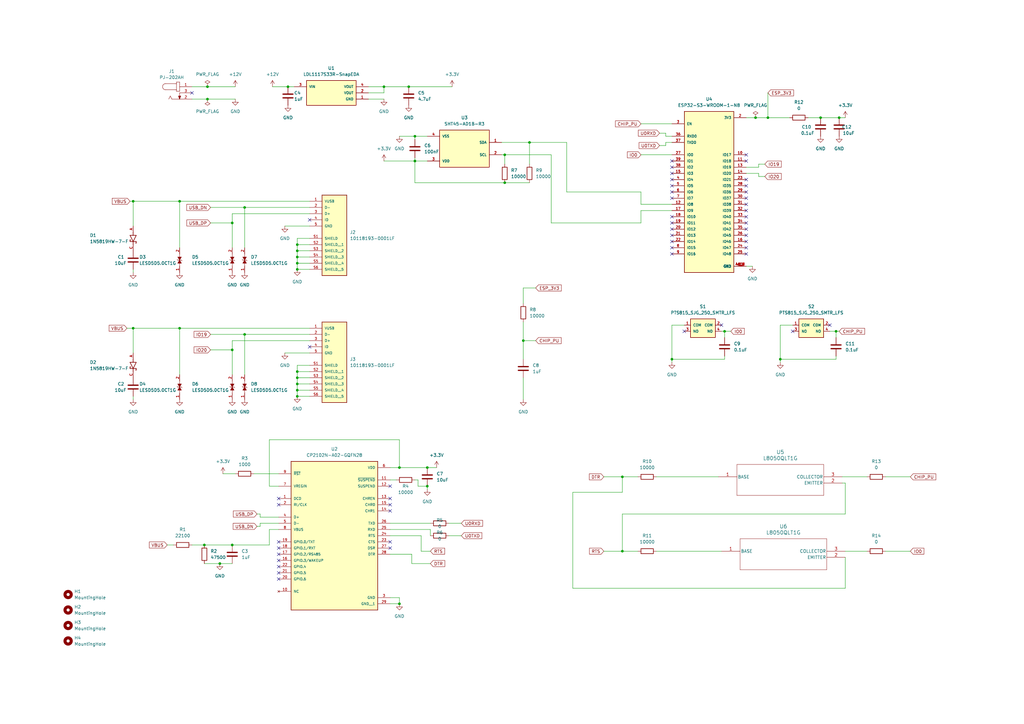
<source format=kicad_sch>
(kicad_sch (version 20230121) (generator eeschema)
  (paper "A3")
  (junction (at 342.9 135.89))
  (junction (at 275.59 147.32))
  (junction (at 121.92 152.4))
  (junction (at 121.92 162.56))
  (junction (at 320.04 147.32))
  (junction (at 309.88 48.26))
  (junction (at 207.01 74.93))
  (junction (at 163.83 247.65))
  (junction (at 95.25 223.52))
  (junction (at 121.92 157.48))
  (junction (at 95.25 91.44))
  (junction (at 255.27 226.06))
  (junction (at 121.92 154.94))
  (junction (at 217.17 58.42))
  (junction (at 175.26 191.77))
  (junction (at 83.82 223.52))
  (junction (at 314.96 48.26))
  (junction (at 85.09 35.56))
  (junction (at 336.55 48.26))
  (junction (at 121.92 102.87))
  (junction (at 54.61 134.62))
  (junction (at 157.48 35.56))
  (junction (at 163.83 191.77))
  (junction (at 175.26 199.39))
  (junction (at 100.33 85.09))
  (junction (at 85.09 40.64))
  (junction (at 214.63 139.7))
  (junction (at 121.92 105.41))
  (junction (at 95.25 143.51))
  (junction (at 54.61 82.55))
  (junction (at 121.92 107.95))
  (junction (at 121.92 110.49))
  (junction (at 73.66 134.62))
  (junction (at 170.18 66.04))
  (junction (at 121.92 100.33))
  (junction (at 207.01 63.5))
  (junction (at 121.92 160.02))
  (junction (at 344.17 48.26))
  (junction (at 73.66 82.55))
  (junction (at 297.18 135.89))
  (junction (at 255.27 195.58))
  (junction (at 170.18 55.88))
  (junction (at 90.17 231.14))
  (junction (at 100.33 137.16))
  (junction (at 118.11 35.56))
  (junction (at 167.64 35.56))
  (no_connect (at 275.59 66.04))
  (no_connect (at 275.59 68.58))
  (no_connect (at 306.07 78.74))
  (no_connect (at 160.02 204.47))
  (no_connect (at 275.59 104.14))
  (no_connect (at 306.07 66.04))
  (no_connect (at 325.12 135.89))
  (no_connect (at 306.07 83.82))
  (no_connect (at 160.02 199.39))
  (no_connect (at 306.07 88.9))
  (no_connect (at 306.07 99.06))
  (no_connect (at 114.3 224.79))
  (no_connect (at 275.59 96.52))
  (no_connect (at 160.02 222.25))
  (no_connect (at 275.59 93.98))
  (no_connect (at 306.07 101.6))
  (no_connect (at 306.07 81.28))
  (no_connect (at 114.3 232.41))
  (no_connect (at 306.07 104.14))
  (no_connect (at 306.07 76.2))
  (no_connect (at 160.02 224.79))
  (no_connect (at 275.59 91.44))
  (no_connect (at 306.07 93.98))
  (no_connect (at 160.02 209.55))
  (no_connect (at 127 142.24))
  (no_connect (at 275.59 88.9))
  (no_connect (at 114.3 207.01))
  (no_connect (at 280.67 135.89))
  (no_connect (at 306.07 73.66))
  (no_connect (at 275.59 78.74))
  (no_connect (at 160.02 207.01))
  (no_connect (at 275.59 73.66))
  (no_connect (at 114.3 229.87))
  (no_connect (at 275.59 71.12))
  (no_connect (at 306.07 86.36))
  (no_connect (at 114.3 234.95))
  (no_connect (at 275.59 76.2))
  (no_connect (at 295.91 133.35))
  (no_connect (at 306.07 91.44))
  (no_connect (at 114.3 237.49))
  (no_connect (at 114.3 227.33))
  (no_connect (at 340.36 133.35))
  (no_connect (at 114.3 204.47))
  (no_connect (at 306.07 96.52))
  (no_connect (at 127 90.17))
  (no_connect (at 114.3 222.25))
  (no_connect (at 275.59 101.6))
  (no_connect (at 78.74 38.1))
  (no_connect (at 306.07 63.5))
  (no_connect (at 275.59 99.06))
  (no_connect (at 275.59 81.28))
  (wire (pts (xy 78.74 40.64) (xy 85.09 40.64)))
  (wire (pts (xy 73.66 82.55) (xy 127 82.55)))
  (wire (pts (xy 311.15 72.39) (xy 313.69 72.39)))
  (wire (pts (xy 114.3 199.39) (xy 110.49 199.39)))
  (wire (pts (xy 346.71 48.26) (xy 344.17 48.26)))
  (wire (pts (xy 54.61 134.62) (xy 73.66 134.62)))
  (wire (pts (xy 234.95 201.93) (xy 255.27 201.93)))
  (wire (pts (xy 217.17 58.42) (xy 217.17 67.31)))
  (wire (pts (xy 54.61 82.55) (xy 73.66 82.55)))
  (wire (pts (xy 160.02 217.17) (xy 176.53 217.17)))
  (wire (pts (xy 163.83 191.77) (xy 175.26 191.77)))
  (wire (pts (xy 306.07 71.12) (xy 311.15 71.12)))
  (wire (pts (xy 73.66 82.55) (xy 73.66 101.6)))
  (wire (pts (xy 121.92 160.02) (xy 127 160.02)))
  (wire (pts (xy 320.04 133.35) (xy 320.04 147.32)))
  (wire (pts (xy 262.89 50.8) (xy 275.59 50.8)))
  (wire (pts (xy 262.89 91.44) (xy 262.89 86.36)))
  (wire (pts (xy 54.61 110.49) (xy 54.61 111.76)))
  (wire (pts (xy 106.68 212.09) (xy 114.3 212.09)))
  (wire (pts (xy 226.06 91.44) (xy 262.89 91.44)))
  (wire (pts (xy 234.95 241.3) (xy 234.95 201.93)))
  (wire (pts (xy 151.13 40.64) (xy 157.48 40.64)))
  (wire (pts (xy 269.24 226.06) (xy 295.91 226.06)))
  (wire (pts (xy 273.05 58.42) (xy 275.59 58.42)))
  (wire (pts (xy 83.82 223.52) (xy 95.25 223.52)))
  (wire (pts (xy 116.84 144.78) (xy 127 144.78)))
  (wire (pts (xy 214.63 132.08) (xy 214.63 139.7)))
  (wire (pts (xy 297.18 146.05) (xy 297.18 147.32)))
  (wire (pts (xy 217.17 58.42) (xy 205.74 58.42)))
  (wire (pts (xy 262.89 78.74) (xy 262.89 83.82)))
  (wire (pts (xy 214.63 118.11) (xy 214.63 124.46)))
  (wire (pts (xy 170.18 55.88) (xy 175.26 55.88)))
  (wire (pts (xy 232.41 78.74) (xy 262.89 78.74)))
  (wire (pts (xy 163.83 55.88) (xy 170.18 55.88)))
  (wire (pts (xy 342.9 135.89) (xy 342.9 138.43)))
  (wire (pts (xy 346.71 198.12) (xy 346.71 210.82)))
  (wire (pts (xy 105.41 210.82) (xy 106.68 210.82)))
  (wire (pts (xy 275.59 133.35) (xy 275.59 147.32)))
  (wire (pts (xy 86.36 85.09) (xy 100.33 85.09)))
  (wire (pts (xy 255.27 195.58) (xy 261.62 195.58)))
  (wire (pts (xy 172.72 226.06) (xy 176.53 226.06)))
  (wire (pts (xy 121.92 97.79) (xy 121.92 100.33)))
  (wire (pts (xy 207.01 63.5) (xy 226.06 63.5)))
  (wire (pts (xy 54.61 82.55) (xy 54.61 92.71)))
  (wire (pts (xy 175.26 191.77) (xy 179.07 191.77)))
  (wire (pts (xy 214.63 139.7) (xy 219.71 139.7)))
  (wire (pts (xy 53.34 82.55) (xy 54.61 82.55)))
  (wire (pts (xy 118.11 35.56) (xy 120.65 35.56)))
  (wire (pts (xy 170.18 64.77) (xy 170.18 66.04)))
  (wire (pts (xy 340.36 135.89) (xy 342.9 135.89)))
  (wire (pts (xy 255.27 226.06) (xy 261.62 226.06)))
  (wire (pts (xy 308.61 109.22) (xy 306.07 109.22)))
  (wire (pts (xy 110.49 180.34) (xy 163.83 180.34)))
  (wire (pts (xy 184.15 219.71) (xy 189.23 219.71)))
  (wire (pts (xy 170.18 196.85) (xy 171.45 196.85)))
  (wire (pts (xy 280.67 133.35) (xy 275.59 133.35)))
  (wire (pts (xy 160.02 214.63) (xy 176.53 214.63)))
  (wire (pts (xy 95.25 91.44) (xy 95.25 87.63)))
  (wire (pts (xy 214.63 139.7) (xy 214.63 147.32)))
  (wire (pts (xy 78.74 223.52) (xy 83.82 223.52)))
  (wire (pts (xy 167.64 35.56) (xy 185.42 35.56)))
  (wire (pts (xy 295.91 135.89) (xy 297.18 135.89)))
  (wire (pts (xy 127 149.86) (xy 121.92 149.86)))
  (wire (pts (xy 207.01 74.93) (xy 170.18 74.93)))
  (wire (pts (xy 168.91 227.33) (xy 168.91 231.14)))
  (wire (pts (xy 205.74 63.5) (xy 207.01 63.5)))
  (wire (pts (xy 325.12 133.35) (xy 320.04 133.35)))
  (wire (pts (xy 127 97.79) (xy 121.92 97.79)))
  (wire (pts (xy 121.92 149.86) (xy 121.92 152.4)))
  (wire (pts (xy 247.65 195.58) (xy 255.27 195.58)))
  (wire (pts (xy 232.41 78.74) (xy 232.41 58.42)))
  (wire (pts (xy 106.68 214.63) (xy 114.3 214.63)))
  (wire (pts (xy 214.63 154.94) (xy 214.63 163.83)))
  (wire (pts (xy 95.25 139.7) (xy 127 139.7)))
  (wire (pts (xy 247.65 226.06) (xy 255.27 226.06)))
  (wire (pts (xy 121.92 157.48) (xy 127 157.48)))
  (wire (pts (xy 160.02 219.71) (xy 172.72 219.71)))
  (wire (pts (xy 309.88 48.26) (xy 314.96 48.26)))
  (wire (pts (xy 121.92 157.48) (xy 121.92 160.02)))
  (wire (pts (xy 110.49 199.39) (xy 110.49 180.34)))
  (wire (pts (xy 73.66 134.62) (xy 73.66 153.67)))
  (wire (pts (xy 346.71 241.3) (xy 234.95 241.3)))
  (wire (pts (xy 170.18 55.88) (xy 170.18 57.15)))
  (wire (pts (xy 106.68 210.82) (xy 106.68 212.09)))
  (wire (pts (xy 157.48 38.1) (xy 157.48 35.56)))
  (wire (pts (xy 105.41 215.9) (xy 106.68 215.9)))
  (wire (pts (xy 297.18 135.89) (xy 299.72 135.89)))
  (wire (pts (xy 121.92 105.41) (xy 121.92 107.95)))
  (wire (pts (xy 270.51 54.61) (xy 273.05 54.61)))
  (wire (pts (xy 86.36 143.51) (xy 95.25 143.51)))
  (wire (pts (xy 275.59 147.32) (xy 297.18 147.32)))
  (wire (pts (xy 121.92 107.95) (xy 127 107.95)))
  (wire (pts (xy 207.01 74.93) (xy 217.17 74.93)))
  (wire (pts (xy 111.76 35.56) (xy 118.11 35.56)))
  (wire (pts (xy 346.71 210.82) (xy 255.27 210.82)))
  (wire (pts (xy 270.51 59.69) (xy 273.05 59.69)))
  (wire (pts (xy 83.82 231.14) (xy 90.17 231.14)))
  (wire (pts (xy 114.3 217.17) (xy 110.49 217.17)))
  (wire (pts (xy 85.09 40.64) (xy 96.52 40.64)))
  (wire (pts (xy 157.48 35.56) (xy 167.64 35.56)))
  (wire (pts (xy 121.92 154.94) (xy 127 154.94)))
  (wire (pts (xy 273.05 59.69) (xy 273.05 58.42)))
  (wire (pts (xy 54.61 162.56) (xy 54.61 163.83)))
  (wire (pts (xy 311.15 67.31) (xy 313.69 67.31)))
  (wire (pts (xy 170.18 66.04) (xy 175.26 66.04)))
  (wire (pts (xy 90.17 231.14) (xy 95.25 231.14)))
  (wire (pts (xy 160.02 245.11) (xy 163.83 245.11)))
  (wire (pts (xy 168.91 231.14) (xy 176.53 231.14)))
  (wire (pts (xy 170.18 74.93) (xy 170.18 66.04)))
  (wire (pts (xy 342.9 146.05) (xy 342.9 147.32)))
  (wire (pts (xy 95.25 91.44) (xy 95.25 101.6)))
  (wire (pts (xy 175.26 200.66) (xy 175.26 199.39)))
  (wire (pts (xy 121.92 154.94) (xy 121.92 157.48)))
  (wire (pts (xy 100.33 85.09) (xy 127 85.09)))
  (wire (pts (xy 363.22 226.06) (xy 373.38 226.06)))
  (wire (pts (xy 219.71 118.11) (xy 214.63 118.11)))
  (wire (pts (xy 176.53 217.17) (xy 176.53 219.71)))
  (wire (pts (xy 163.83 245.11) (xy 163.83 247.65)))
  (wire (pts (xy 121.92 105.41) (xy 127 105.41)))
  (wire (pts (xy 110.49 223.52) (xy 95.25 223.52)))
  (wire (pts (xy 342.9 135.89) (xy 344.17 135.89)))
  (wire (pts (xy 346.71 228.6) (xy 346.71 241.3)))
  (wire (pts (xy 160.02 227.33) (xy 168.91 227.33)))
  (wire (pts (xy 151.13 35.56) (xy 157.48 35.56)))
  (wire (pts (xy 121.92 107.95) (xy 121.92 110.49)))
  (wire (pts (xy 344.17 48.26) (xy 336.55 48.26)))
  (wire (pts (xy 121.92 110.49) (xy 127 110.49)))
  (wire (pts (xy 68.58 223.52) (xy 71.12 223.52)))
  (wire (pts (xy 110.49 217.17) (xy 110.49 223.52)))
  (wire (pts (xy 100.33 137.16) (xy 127 137.16)))
  (wire (pts (xy 160.02 196.85) (xy 162.56 196.85)))
  (wire (pts (xy 100.33 137.16) (xy 100.33 153.67)))
  (wire (pts (xy 160.02 191.77) (xy 163.83 191.77)))
  (wire (pts (xy 121.92 102.87) (xy 121.92 105.41)))
  (wire (pts (xy 342.9 147.32) (xy 320.04 147.32)))
  (wire (pts (xy 73.66 134.62) (xy 127 134.62)))
  (wire (pts (xy 78.74 35.56) (xy 85.09 35.56)))
  (wire (pts (xy 171.45 199.39) (xy 175.26 199.39)))
  (wire (pts (xy 91.44 194.31) (xy 96.52 194.31)))
  (wire (pts (xy 100.33 85.09) (xy 100.33 101.6)))
  (wire (pts (xy 311.15 68.58) (xy 311.15 67.31)))
  (wire (pts (xy 306.07 68.58) (xy 311.15 68.58)))
  (wire (pts (xy 171.45 196.85) (xy 171.45 199.39)))
  (wire (pts (xy 207.01 63.5) (xy 207.01 67.31)))
  (wire (pts (xy 85.09 35.56) (xy 96.52 35.56)))
  (wire (pts (xy 226.06 91.44) (xy 226.06 63.5)))
  (wire (pts (xy 346.71 226.06) (xy 355.6 226.06)))
  (wire (pts (xy 121.92 160.02) (xy 121.92 162.56)))
  (wire (pts (xy 275.59 147.32) (xy 275.59 148.59)))
  (wire (pts (xy 273.05 54.61) (xy 273.05 55.88)))
  (wire (pts (xy 172.72 219.71) (xy 172.72 226.06)))
  (wire (pts (xy 104.14 194.31) (xy 114.3 194.31)))
  (wire (pts (xy 345.44 198.12) (xy 346.71 198.12)))
  (wire (pts (xy 95.25 143.51) (xy 95.25 139.7)))
  (wire (pts (xy 184.15 214.63) (xy 189.23 214.63)))
  (wire (pts (xy 121.92 102.87) (xy 127 102.87)))
  (wire (pts (xy 54.61 134.62) (xy 54.61 144.78)))
  (wire (pts (xy 121.92 100.33) (xy 121.92 102.87)))
  (wire (pts (xy 232.41 58.42) (xy 217.17 58.42)))
  (wire (pts (xy 157.48 66.04) (xy 170.18 66.04)))
  (wire (pts (xy 297.18 135.89) (xy 297.18 138.43)))
  (wire (pts (xy 86.36 137.16) (xy 100.33 137.16)))
  (wire (pts (xy 52.07 134.62) (xy 54.61 134.62)))
  (wire (pts (xy 345.44 195.58) (xy 355.6 195.58)))
  (wire (pts (xy 121.92 152.4) (xy 127 152.4)))
  (wire (pts (xy 116.84 92.71) (xy 127 92.71)))
  (wire (pts (xy 314.96 38.1) (xy 314.96 48.26)))
  (wire (pts (xy 255.27 201.93) (xy 255.27 195.58)))
  (wire (pts (xy 331.47 48.26) (xy 336.55 48.26)))
  (wire (pts (xy 262.89 83.82) (xy 275.59 83.82)))
  (wire (pts (xy 269.24 195.58) (xy 294.64 195.58)))
  (wire (pts (xy 121.92 100.33) (xy 127 100.33)))
  (wire (pts (xy 121.92 162.56) (xy 127 162.56)))
  (wire (pts (xy 151.13 38.1) (xy 157.48 38.1)))
  (wire (pts (xy 311.15 71.12) (xy 311.15 72.39)))
  (wire (pts (xy 314.96 48.26) (xy 323.85 48.26)))
  (wire (pts (xy 262.89 63.5) (xy 275.59 63.5)))
  (wire (pts (xy 121.92 152.4) (xy 121.92 154.94)))
  (wire (pts (xy 273.05 55.88) (xy 275.59 55.88)))
  (wire (pts (xy 160.02 247.65) (xy 163.83 247.65)))
  (wire (pts (xy 95.25 143.51) (xy 95.25 153.67)))
  (wire (pts (xy 106.68 215.9) (xy 106.68 214.63)))
  (wire (pts (xy 95.25 87.63) (xy 127 87.63)))
  (wire (pts (xy 86.36 91.44) (xy 95.25 91.44)))
  (wire (pts (xy 262.89 86.36) (xy 275.59 86.36)))
  (wire (pts (xy 306.07 48.26) (xy 309.88 48.26)))
  (wire (pts (xy 320.04 147.32) (xy 320.04 148.59)))
  (wire (pts (xy 255.27 210.82) (xy 255.27 226.06)))
  (wire (pts (xy 363.22 195.58) (xy 373.38 195.58)))
  (wire (pts (xy 163.83 180.34) (xy 163.83 191.77)))
  (global_label "RTS" (shape input) (at 176.53 226.06 0) (property "Intersheetrefs" "${INTERSHEET_REFS}" (effects hide)))
  (global_label "USB_DN" (shape input) (at 105.41 215.9 180) (property "Intersheetrefs" "${INTERSHEET_REFS}" (effects hide)))
  (global_label "CHIP_PU" (shape input) (at 219.71 139.7 0) (property "Intersheetrefs" "${INTERSHEET_REFS}" (effects hide)))
  (global_label "CHIP_PU" (shape input) (at 262.89 50.8 180) (property "Intersheetrefs" "${INTERSHEET_REFS}" (effects hide)))
  (global_label "IO20" (shape input) (at 86.36 143.51 180) (property "Intersheetrefs" "${INTERSHEET_REFS}" (effects hide)))
  (global_label "DTR" (shape input) (at 247.65 195.58 180) (property "Intersheetrefs" "${INTERSHEET_REFS}" (effects hide)))
  (global_label "USB_DP" (shape input) (at 105.41 210.82 180) (property "Intersheetrefs" "${INTERSHEET_REFS}" (effects hide)))
  (global_label "DTR" (shape input) (at 176.53 231.14 0) (property "Intersheetrefs" "${INTERSHEET_REFS}" (effects hide)))
  (global_label "IO19" (shape input) (at 313.69 67.31 0) (property "Intersheetrefs" "${INTERSHEET_REFS}" (effects hide)))
  (global_label "CHIP_PU" (shape input) (at 373.38 195.58 0) (property "Intersheetrefs" "${INTERSHEET_REFS}" (effects hide)))
  (global_label "USB_DP" (shape input) (at 86.36 91.44 180) (property "Intersheetrefs" "${INTERSHEET_REFS}" (effects hide)))
  (global_label "IO0" (shape input) (at 262.89 63.5 180) (property "Intersheetrefs" "${INTERSHEET_REFS}" (effects hide)))
  (global_label "U0TXD" (shape input) (at 270.51 59.69 180) (property "Intersheetrefs" "${INTERSHEET_REFS}" (effects hide)))
  (global_label "ESP_3V3" (shape input) (at 314.96 38.1 0) (property "Intersheetrefs" "${INTERSHEET_REFS}" (effects hide)))
  (global_label "VBUS" (shape input) (at 53.34 82.55 180) (property "Intersheetrefs" "${INTERSHEET_REFS}" (effects hide)))
  (global_label "USB_DN" (shape input) (at 86.36 85.09 180) (property "Intersheetrefs" "${INTERSHEET_REFS}" (effects hide)))
  (global_label "IO20" (shape input) (at 313.69 72.39 0) (property "Intersheetrefs" "${INTERSHEET_REFS}" (effects hide)))
  (global_label "CHIP_PU" (shape input) (at 344.17 135.89 0) (property "Intersheetrefs" "${INTERSHEET_REFS}" (effects hide)))
  (global_label "U0TXD" (shape input) (at 189.23 219.71 0) (property "Intersheetrefs" "${INTERSHEET_REFS}" (effects hide)))
  (global_label "IO19" (shape input) (at 86.36 137.16 180) (property "Intersheetrefs" "${INTERSHEET_REFS}" (effects hide)))
  (global_label "RTS" (shape input) (at 247.65 226.06 180) (property "Intersheetrefs" "${INTERSHEET_REFS}" (effects hide)))
  (global_label "VBUS" (shape input) (at 52.07 134.62 180) (property "Intersheetrefs" "${INTERSHEET_REFS}" (effects hide)))
  (global_label "IO0" (shape input) (at 373.38 226.06 0) (property "Intersheetrefs" "${INTERSHEET_REFS}" (effects hide)))
  (global_label "U0RXD" (shape input) (at 189.23 214.63 0) (property "Intersheetrefs" "${INTERSHEET_REFS}" (effects hide)))
  (global_label "IO0" (shape input) (at 299.72 135.89 0) (property "Intersheetrefs" "${INTERSHEET_REFS}" (effects hide)))
  (global_label "VBUS" (shape input) (at 68.58 223.52 180) (property "Intersheetrefs" "${INTERSHEET_REFS}" (effects hide)))
  (global_label "ESP_3V3" (shape input) (at 219.71 118.11 0) (property "Intersheetrefs" "${INTERSHEET_REFS}" (effects hide)))
  (global_label "U0RXD" (shape input) (at 270.51 54.61 180) (property "Intersheetrefs" "${INTERSHEET_REFS}" (effects hide)))
  (symbol (lib_id "Device:R") (at 83.82 227.33 180) (unit 1)
    (property "Reference" "R2" (at 86.36 226.06 0) (effects (justify right)))
    (property "Value" "47500" (at 86.36 228.6 0) (effects (justify right)))
    (property "Footprint" "Resistor_SMD:R_0805_2012Metric_Pad1.20x1.40mm_HandSolder" (effects hide))
  )
  (symbol (lib_id "power:GND") (at 344.17 55.88 0) (mirror y) (unit 1)
    (property "Reference" "#PWR032" (effects hide))
    (property "Value" "GND" (at 344.17 60.96 0))
  )
  (symbol (lib_id "ECE445_v7:SHT45-AD1B-R3") (at 190.5 60.96 180) (unit 1)
    (property "Reference" "U3" (at 190.5 48.26 0))
    (property "Value" "SHT45-AD1B-R3" (at 190.5 50.8 0))
    (property "Footprint" "ECE445_v7:SHT45-AD1B-R3" (effects hide))
  )
  (symbol (lib_id "power:GND") (at 275.59 148.59 0) (unit 1)
    (property "Reference" "#PWR028" (effects hide))
    (property "Value" "GND" (at 275.59 153.67 0))
  )
  (symbol (lib_id "power:+3.3V") (at 185.42 35.56 0) (unit 1)
    (property "Reference" "#PWR026" (effects hide))
    (property "Value" "+3.3V" (at 185.42 30.48 0))
  )
  (symbol (lib_id "power:GND") (at 163.83 55.88 0) (unit 1)
    (property "Reference" "#PWR021" (effects hide))
    (property "Value" "GND" (at 163.83 60.96 0))
  )
  (symbol (lib_id "Device:C") (at 167.64 39.37 0) (unit 1)
    (property "Reference" "C5" (at 171.45 38.1 0) (effects (justify left)))
    (property "Value" "4.7uF" (at 171.45 40.64 0) (effects (justify left)))
    (property "Footprint" "Capacitor_SMD:C_0805_2012Metric_Pad1.18x1.45mm_HandSolder" (effects hide))
  )
  (symbol (lib_id "ECE445_v7:LESD5D5.0CT1G") (at 73.66 158.75 90) (unit 1)
    (property "Reference" "D4" (at 57.15 157.48 90) (effects (justify right)))
    (property "Value" "LESD5D5.0CT1G" (at 57.15 160.02 90) (effects (justify right)))
    (property "Footprint" "ECE445_v7:LESD5D5_0CT1G" (effects hide))
    (property "MF" "Leshan Radio Co." (effects hide))
    (property "MAXIMUM_PACKAGE_HEIGHT" "0.7 mm" (effects hide))
    (property "Package" "None" (effects hide))
    (property "Price" "None" (effects hide))
    (property "Check_prices" "https://www.snapeda.com/parts/LESD5D5.0CT1G/Leshan+Radio+Co./view-part/?ref=eda" (effects hide))
    (property "STANDARD" "Manufacturer Recommendations" (effects hide))
    (property "PARTREV" "O" (effects hide))
    (property "SnapEDA_Link" "https://www.snapeda.com/parts/LESD5D5.0CT1G/Leshan+Radio+Co./view-part/?ref=snap" (effects hide))
    (property "MP" "LESD5D5.0CT1G" (effects hide))
    (property "Description" "\nTransient Voltage Suppressors for ESD Protection\n" (effects hide))
    (property "Availability" "Not in stock" (effects hide))
    (property "MANUFACTURER" "LRC" (effects hide))
  )
  (symbol (lib_id "power:GND") (at 167.64 43.18 0) (unit 1)
    (property "Reference" "#PWR023" (effects hide))
    (property "Value" "GND" (at 167.64 48.26 0))
  )
  (symbol (lib_id "power:GND") (at 100.33 163.83 0) (unit 1)
    (property "Reference" "#PWR012" (effects hide))
    (property "Value" "GND" (at 100.33 168.91 0))
  )
  (symbol (lib_id "ECE445_v7:LESD5D5.0CT1G") (at 100.33 106.68 90) (unit 1)
    (property "Reference" "D7" (at 102.87 105.41 90) (effects (justify right)))
    (property "Value" "LESD5D5.0CT1G" (at 102.87 107.95 90) (effects (justify right)))
    (property "Footprint" "ECE445_v7:LESD5D5_0CT1G" (effects hide))
    (property "MF" "Leshan Radio Co." (effects hide))
    (property "MAXIMUM_PACKAGE_HEIGHT" "0.7 mm" (effects hide))
    (property "Package" "None" (effects hide))
    (property "Price" "None" (effects hide))
    (property "Check_prices" "https://www.snapeda.com/parts/LESD5D5.0CT1G/Leshan+Radio+Co./view-part/?ref=eda" (effects hide))
    (property "STANDARD" "Manufacturer Recommendations" (effects hide))
    (property "PARTREV" "O" (effects hide))
    (property "SnapEDA_Link" "https://www.snapeda.com/parts/LESD5D5.0CT1G/Leshan+Radio+Co./view-part/?ref=snap" (effects hide))
    (property "MP" "LESD5D5.0CT1G" (effects hide))
    (property "Description" "\nTransient Voltage Suppressors for ESD Protection\n" (effects hide))
    (property "Availability" "Not in stock" (effects hide))
    (property "MANUFACTURER" "LRC" (effects hide))
  )
  (symbol (lib_id "Device:C") (at 95.25 227.33 0) (unit 1)
    (property "Reference" "C3" (at 99.06 226.06 0) (effects (justify left)))
    (property "Value" "1uF" (at 99.06 228.6 0) (effects (justify left)))
    (property "Footprint" "Capacitor_SMD:C_0805_2012Metric_Pad1.18x1.45mm_HandSolder" (effects hide))
  )
  (symbol (lib_id "power:GND") (at 157.48 40.64 0) (unit 1)
    (property "Reference" "#PWR019" (effects hide))
    (property "Value" "GND" (at 157.48 45.72 0))
  )
  (symbol (lib_id "Device:R") (at 100.33 194.31 90) (unit 1)
    (property "Reference" "R3" (at 100.33 187.96 90))
    (property "Value" "1000" (at 100.33 190.5 90))
    (property "Footprint" "Resistor_SMD:R_0805_2012Metric_Pad1.20x1.40mm_HandSolder" (effects hide))
  )
  (symbol (lib_id "ECE445_v7:PTS815_SJG_250_SMTR_LFS") (at 327.66 130.81 0) (unit 1)
    (property "Reference" "S2" (at 332.74 125.73 0))
    (property "Value" "PTS815_SJG_250_SMTR_LFS" (at 332.74 128.27 0))
    (property "Footprint" "ECE445_v7:PTS815 SJG 250 SMTR LFS" (effects hide))
    (property "MANUFACTURER_NAME" "C & K COMPONENTS" (effects hide))
    (property "MF" "C&K" (effects hide))
    (property "MOUSER_PRICE-STOCK" "https://www.mouser.co.uk/ProductDetail/CK/PTS815-SJG-250-SMTR-LFS?qs=ahcBuItHZ3yjoEmU1Oppnw%3D%3D" (effects hide))
    (property "DESCRIPTION" "Tactile Switches Tact Switch, 12 VDC, 50 mA, 4.2x3.2, 2.5mm H, 400gf, J leads" (effects hide))
    (property "MOUSER_PART_NUMBER" "611-PTS815SJG250SMTR" (effects hide))
    (property "Price" "None" (effects hide))
    (property "Package" "None" (effects hide))
    (property "Check_prices" "https://www.snapeda.com/parts/PTS815%20SJG%20250%20SMTR%20LFS/C%2526K/view-part/?ref=eda" (effects hide))
    (property "HEIGHT" "2.7mm" (effects hide))
    (property "SnapEDA_Link" "https://www.snapeda.com/parts/PTS815%20SJG%20250%20SMTR%20LFS/C%2526K/view-part/?ref=snap" (effects hide))
    (property "MP" "PTS815 SJG 250 SMTR LFS" (effects hide))
    (property "Description" "\nSwitch;Tactile;4.2 x 3.2;2.5MM;400gf;J Leads | C&K PTS815 SJG 250 SMTR LFS\n" (effects hide))
    (property "Availability" "In Stock" (effects hide))
    (property "MANUFACTURER_PART_NUMBER" "PTS815 SJG 250 SMTR LFS" (effects hide))
  )
  (symbol (lib_id "power:GND") (at 121.92 162.56 0) (unit 1)
    (property "Reference" "#PWR018" (effects hide))
    (property "Value" "GND" (at 121.92 167.64 0))
  )
  (symbol (lib_id "Device:C") (at 297.18 142.24 0) (unit 1)
    (property "Reference" "C9" (at 300.99 140.97 0) (effects (justify left)))
    (property "Value" "0.1uF" (at 300.99 143.51 0) (effects (justify left)))
    (property "Footprint" "Capacitor_SMD:C_0805_2012Metric_Pad1.18x1.45mm_HandSolder" (effects hide))
  )
  (symbol (lib_id "power:GND") (at 336.55 55.88 0) (mirror y) (unit 1)
    (property "Reference" "#PWR031" (effects hide))
    (property "Value" "GND" (at 336.55 60.96 0))
  )
  (symbol (lib_id "ECE445_v7:PJ-202AH") (at 73.66 38.1 0) (unit 1)
    (property "Reference" "J1" (at 70.4242 29.21 0))
    (property "Value" "PJ-202AH" (at 70.4242 31.75 0))
    (property "Footprint" "ECE445_v7:PJ-202AH" (effects hide))
    (property "STANDARD" "Manufacturer recommendations" (effects hide))
    (property "PART_REV" "1.02" (effects hide))
    (property "MANUFACTURER" "CUI INC" (effects hide))
  )
  (symbol (lib_id "power:GND") (at 100.33 111.76 0) (unit 1)
    (property "Reference" "#PWR011" (effects hide))
    (property "Value" "GND" (at 100.33 116.84 0))
  )
  (symbol (lib_id "power:+3.3V") (at 91.44 194.31 0) (unit 1)
    (property "Reference" "#PWR06" (effects hide))
    (property "Value" "+3.3V" (at 91.44 189.23 0))
  )
  (symbol (lib_id "Device:R") (at 180.34 219.71 90) (unit 1)
    (property "Reference" "R6" (at 180.34 218.44 90))
    (property "Value" "0" (at 180.34 220.98 90))
    (property "Footprint" "Resistor_SMD:R_0805_2012Metric_Pad1.20x1.40mm_HandSolder" (effects hide))
  )
  (symbol (lib_id "power:GND") (at 54.61 163.83 0) (unit 1)
    (property "Reference" "#PWR02" (effects hide))
    (property "Value" "GND" (at 54.61 168.91 0))
  )
  (symbol (lib_id "ECE445_v7:LESD5D5.0CT1G") (at 73.66 106.68 90) (unit 1)
    (property "Reference" "D3" (at 57.15 105.41 90) (effects (justify right)))
    (property "Value" "LESD5D5.0CT1G" (at 57.15 107.95 90) (effects (justify right)))
    (property "Footprint" "ECE445_v7:LESD5D5_0CT1G" (effects hide))
    (property "MF" "Leshan Radio Co." (effects hide))
    (property "MAXIMUM_PACKAGE_HEIGHT" "0.7 mm" (effects hide))
    (property "Package" "None" (effects hide))
    (property "Price" "None" (effects hide))
    (property "Check_prices" "https://www.snapeda.com/parts/LESD5D5.0CT1G/Leshan+Radio+Co./view-part/?ref=eda" (effects hide))
    (property "STANDARD" "Manufacturer Recommendations" (effects hide))
    (property "PARTREV" "O" (effects hide))
    (property "SnapEDA_Link" "https://www.snapeda.com/parts/LESD5D5.0CT1G/Leshan+Radio+Co./view-part/?ref=snap" (effects hide))
    (property "MP" "LESD5D5.0CT1G" (effects hide))
    (property "Description" "\nTransient Voltage Suppressors for ESD Protection\n" (effects hide))
    (property "Availability" "Not in stock" (effects hide))
    (property "MANUFACTURER" "LRC" (effects hide))
  )
  (symbol (lib_id "power:+3.3V") (at 346.71 48.26 0) (mirror y) (unit 1)
    (property "Reference" "#PWR033" (effects hide))
    (property "Value" "+3.3V" (at 346.71 43.18 0))
  )
  (symbol (lib_id "ECE445_v7:1N5819HW-7-F") (at 54.61 97.79 270) (unit 1)
    (property "Reference" "D1" (at 36.83 96.52 90) (effects (justify left)))
    (property "Value" "1N5819HW-7-F" (at 36.83 99.06 90) (effects (justify left)))
    (property "Footprint" "ECE445_v7:1N5819HW-7-F" (effects hide))
    (property "PARTREV" "18-2" (effects hide))
    (property "STANDARD" "IPC-7351B" (effects hide))
    (property "MANUFACTURER" "Diodes Inc." (effects hide))
  )
  (symbol (lib_id "ECE445_v7:10118193-0001LF") (at 137.16 90.17 0) (unit 1)
    (property "Reference" "J2" (at 143.51 95.25 0) (effects (justify left)))
    (property "Value" "10118193-0001LF" (at 143.51 97.79 0) (effects (justify left)))
    (property "Footprint" "ECE445_v7:10118193-0001LF" (effects hide))
    (property "PARTREV" "E" (effects hide))
    (property "MANUFACTURER" "Amphenol FCI" (effects hide))
    (property "MAXIMUM_PACKAGE_HEIGHT" "2.55 mm" (effects hide))
    (property "STANDARD" "Manufacturer Recommendations" (effects hide))
  )
  (symbol (lib_id "Mechanical:MountingHole") (at 27.94 250.19 0) (unit 1)
    (property "Reference" "H2" (at 30.48 248.92 0) (effects (justify left)))
    (property "Value" "MountingHole" (at 30.48 251.46 0) (effects (justify left)))
    (property "Footprint" "MountingHole:MountingHole_3.2mm_M3" (effects hide))
  )
  (symbol (lib_id "Mechanical:MountingHole") (at 27.94 262.89 0) (unit 1)
    (property "Reference" "H4" (at 30.48 261.62 0) (effects (justify left)))
    (property "Value" "MountingHole" (at 30.48 264.16 0) (effects (justify left)))
    (property "Footprint" "MountingHole:MountingHole_3.2mm_M3" (effects hide))
  )
  (symbol (lib_id "Device:C") (at 54.61 158.75 0) (unit 1)
    (property "Reference" "C2" (at 48.26 157.48 0) (effects (justify left)))
    (property "Value" "10uF" (at 46.99 160.02 0) (effects (justify left)))
    (property "Footprint" "Capacitor_SMD:C_0805_2012Metric_Pad1.18x1.45mm_HandSolder" (effects hide))
  )
  (symbol (lib_id "ECE445_v7:1N5819HW-7-F") (at 54.61 149.86 270) (unit 1)
    (property "Reference" "D2" (at 36.83 148.59 90) (effects (justify left)))
    (property "Value" "1N5819HW-7-F" (at 36.83 151.13 90) (effects (justify left)))
    (property "Footprint" "ECE445_v7:1N5819HW-7-F" (effects hide))
    (property "PARTREV" "18-2" (effects hide))
    (property "STANDARD" "IPC-7351B" (effects hide))
    (property "MANUFACTURER" "Diodes Inc." (effects hide))
  )
  (symbol (lib_id "power:GND") (at 54.61 111.76 0) (unit 1)
    (property "Reference" "#PWR01" (effects hide))
    (property "Value" "GND" (at 54.61 116.84 0))
  )
  (symbol (lib_id "ECE445_v7:LESD5D5.0CT1G") (at 100.33 158.75 90) (unit 1)
    (property "Reference" "D8" (at 102.87 157.48 90) (effects (justify right)))
    (property "Value" "LESD5D5.0CT1G" (at 102.87 160.02 90) (effects (justify right)))
    (property "Footprint" "ECE445_v7:LESD5D5_0CT1G" (effects hide))
    (property "MF" "Leshan Radio Co." (effects hide))
    (property "MAXIMUM_PACKAGE_HEIGHT" "0.7 mm" (effects hide))
    (property "Package" "None" (effects hide))
    (property "Price" "None" (effects hide))
    (property "Check_prices" "https://www.snapeda.com/parts/LESD5D5.0CT1G/Leshan+Radio+Co./view-part/?ref=eda" (effects hide))
    (property "STANDARD" "Manufacturer Recommendations" (effects hide))
    (property "PARTREV" "O" (effects hide))
    (property "SnapEDA_Link" "https://www.snapeda.com/parts/LESD5D5.0CT1G/Leshan+Radio+Co./view-part/?ref=snap" (effects hide))
    (property "MP" "LESD5D5.0CT1G" (effects hide))
    (property "Description" "\nTransient Voltage Suppressors for ESD Protection\n" (effects hide))
    (property "Availability" "Not in stock" (effects hide))
    (property "MANUFACTURER" "LRC" (effects hide))
  )
  (symbol (lib_id "ECE445_v7:LDL1117S33R-SnapEDA") (at 135.89 38.1 0) (unit 1)
    (property "Reference" "U1" (at 135.89 27.94 0))
    (property "Value" "LDL1117S33R-SnapEDA" (at 135.89 30.48 0))
    (property "Footprint" "ECE445_v7:LDL1117S33R-SnapEDA" (effects hide))
    (property "DigiKey_Part_Number" "497-17239-2-ND" (effects hide))
    (property "MF" "STMicroelectronics" (effects hide))
    (property "MAXIMUM_PACKAGE_HEIGHT" "1.8 mm" (effects hide))
    (property "Package" "SOT-223 STMicroelectronics" (effects hide))
    (property "Check_prices" "https://www.snapeda.com/parts/LDL1117S33R/STMicroelectronics/view-part/?ref=eda" (effects hide))
    (property "STANDARD" "IPC 7351B" (effects hide))
    (property "PARTREV" "7" (effects hide))
    (property "SnapEDA_Link" "https://www.snapeda.com/parts/LDL1117S33R/STMicroelectronics/view-part/?ref=snap" (effects hide))
    (property "MP" "LDL1117S33R" (effects hide))
    (property "Purchase-URL" "https://www.snapeda.com/api/url_track_click_mouser/?unipart_id=865632&manufacturer=STMicroelectronics&part_name=LDL1117S33R&search_term=ldl1117s33r" (effects hide))
    (property "Description" "\nLinear Voltage Regulator IC Positive Fixed 1 Output 1.2A SOT-223\n" (effects hide))
    (property "SNAPEDA_PN" "LDL1117S33R" (effects hide))
    (property "MANUFACTURER" "STMicroelectronics" (effects hide))
  )
  (symbol (lib_id "power:+12V") (at 96.52 35.56 0) (unit 1)
    (property "Reference" "#PWR09" (effects hide))
    (property "Value" "+12V" (at 96.52 30.48 0))
  )
  (symbol (lib_id "Device:C") (at 170.18 60.96 0) (unit 1)
    (property "Reference" "C6" (at 173.99 59.69 0) (effects (justify left)))
    (property "Value" "100nF" (at 173.99 62.23 0) (effects (justify left)))
    (property "Footprint" "Capacitor_SMD:C_0805_2012Metric_Pad1.18x1.45mm_HandSolder" (effects hide))
  )
  (symbol (lib_id "power:+3.3V") (at 179.07 191.77 0) (unit 1)
    (property "Reference" "#PWR025" (effects hide))
    (property "Value" "+3.3V" (at 179.07 186.69 0))
  )
  (symbol (lib_id "power:GND") (at 118.11 43.18 0) (unit 1)
    (property "Reference" "#PWR016" (effects hide))
    (property "Value" "GND" (at 118.11 48.26 0))
  )
  (symbol (lib_id "Device:C") (at 342.9 142.24 0) (unit 1)
    (property "Reference" "C11" (at 346.71 140.97 0) (effects (justify left)))
    (property "Value" "0.1uF" (at 346.71 143.51 0) (effects (justify left)))
    (property "Footprint" "Capacitor_SMD:C_0805_2012Metric_Pad1.18x1.45mm_HandSolder" (effects hide))
  )
  (symbol (lib_id "power:GND") (at 308.61 109.22 0) (unit 1)
    (property "Reference" "#PWR029" (effects hide))
    (property "Value" "GND" (at 308.61 114.3 0))
  )
  (symbol (lib_id "Device:R") (at 327.66 48.26 90) (unit 1)
    (property "Reference" "R12" (at 327.66 41.91 90))
    (property "Value" "0" (at 327.66 44.45 90))
    (property "Footprint" "Resistor_SMD:R_0805_2012Metric_Pad1.20x1.40mm_HandSolder" (effects hide))
  )
  (symbol (lib_id "Mechanical:MountingHole") (at 27.94 256.54 0) (unit 1)
    (property "Reference" "H3" (at 30.48 255.27 0) (effects (justify left)))
    (property "Value" "MountingHole" (at 30.48 257.81 0) (effects (justify left)))
    (property "Footprint" "MountingHole:MountingHole_3.2mm_M3" (effects hide))
  )
  (symbol (lib_id "power:PWR_FLAG") (at 85.09 40.64 180) (unit 1)
    (property "Reference" "#FLG02" (effects hide))
    (property "Value" "PWR_FLAG" (at 85.09 45.72 0))
  )
  (symbol (lib_id "Device:R") (at 265.43 226.06 90) (unit 1)
    (property "Reference" "R11" (at 265.43 219.71 90))
    (property "Value" "10000" (at 265.43 222.25 90))
    (property "Footprint" "Resistor_SMD:R_0805_2012Metric_Pad1.20x1.40mm_HandSolder" (effects hide))
  )
  (symbol (lib_id "Device:C") (at 336.55 52.07 0) (mirror y) (unit 1)
    (property "Reference" "C10" (at 332.74 52.07 0) (effects (justify left)))
    (property "Value" "0.1uF" (at 334.01 54.61 0) (effects (justify left)))
    (property "Footprint" "Capacitor_SMD:C_0805_2012Metric_Pad1.18x1.45mm_HandSolder" (effects hide))
  )
  (symbol (lib_id "power:GND") (at 95.25 163.83 0) (unit 1)
    (property "Reference" "#PWR08" (effects hide))
    (property "Value" "GND" (at 95.25 168.91 0))
  )
  (symbol (lib_id "Device:R") (at 217.17 71.12 0) (unit 1)
    (property "Reference" "R9" (at 219.71 69.85 0) (effects (justify left)))
    (property "Value" "10000" (at 219.71 72.39 0) (effects (justify left)))
    (property "Footprint" "Resistor_SMD:R_0805_2012Metric_Pad1.20x1.40mm_HandSolder" (effects hide))
  )
  (symbol (lib_id "ECE445_v7:PTS815_SJG_250_SMTR_LFS") (at 283.21 130.81 0) (unit 1)
    (property "Reference" "S1" (at 288.29 125.73 0))
    (property "Value" "PTS815_SJG_250_SMTR_LFS" (at 288.29 128.27 0))
    (property "Footprint" "ECE445_v7:PTS815 SJG 250 SMTR LFS" (effects hide))
    (property "MANUFACTURER_NAME" "C & K COMPONENTS" (effects hide))
    (property "MF" "C&K" (effects hide))
    (property "MOUSER_PRICE-STOCK" "https://www.mouser.co.uk/ProductDetail/CK/PTS815-SJG-250-SMTR-LFS?qs=ahcBuItHZ3yjoEmU1Oppnw%3D%3D" (effects hide))
    (property "DESCRIPTION" "Tactile Switches Tact Switch, 12 VDC, 50 mA, 4.2x3.2, 2.5mm H, 400gf, J leads" (effects hide))
    (property "MOUSER_PART_NUMBER" "611-PTS815SJG250SMTR" (effects hide))
    (property "Price" "None" (effects hide))
    (property "Package" "None" (effects hide))
    (property "Check_prices" "https://www.snapeda.com/parts/PTS815%20SJG%20250%20SMTR%20LFS/C%2526K/view-part/?ref=eda" (effects hide))
    (property "HEIGHT" "2.7mm" (effects hide))
    (property "SnapEDA_Link" "https://www.snapeda.com/parts/PTS815%20SJG%20250%20SMTR%20LFS/C%2526K/view-part/?ref=snap" (effects hide))
    (property "MP" "PTS815 SJG 250 SMTR LFS" (effects hide))
    (property "Description" "\nSwitch;Tactile;4.2 x 3.2;2.5MM;400gf;J Leads | C&K PTS815 SJG 250 SMTR LFS\n" (effects hide))
    (property "Availability" "In Stock" (effects hide))
    (property "MANUFACTURER_PART_NUMBER" "PTS815 SJG 250 SMTR LFS" (effects hide))
  )
  (symbol (lib_id "ECE445_v7:L8050QLT1G") (at 295.91 226.06 0) (unit 1)
    (property "Reference" "U6" (at 321.31 215.9 0) (effects (font (size 1.524 1.524))))
    (property "Value" "L8050QLT1G" (at 321.31 218.44 0) (effects (font (size 1.524 1.524))))
    (property "Footprint" "ECE445_v7:SOT-23_ONS" (effects hide))
    (property "Datasheet" "KSC3265YMTF" (effects hide))
  )
  (symbol (lib_id "Device:R") (at 359.41 226.06 90) (unit 1)
    (property "Reference" "R14" (at 359.41 219.71 90))
    (property "Value" "0" (at 359.41 222.25 90))
    (property "Footprint" "Resistor_SMD:R_0805_2012Metric_Pad1.20x1.40mm_HandSolder" (effects hide))
  )
  (symbol (lib_id "power:GND") (at 73.66 111.76 0) (unit 1)
    (property "Reference" "#PWR03" (effects hide))
    (property "Value" "GND" (at 73.66 116.84 0))
  )
  (symbol (lib_id "ECE445_v7:CP2102N-A02-GQFN28") (at 137.16 219.71 0) (unit 1)
    (property "Reference" "U2" (at 137.16 184.15 0))
    (property "Value" "CP2102N-A02-GQFN28" (at 137.16 186.69 0))
    (property "Footprint" "ECE445_v7:CP2102N-A02-GQFN28" (effects hide))
    (property "PARTREV" "1.5" (effects hide))
    (property "MANUFACTURER" "Silicon Labs" (effects hide))
    (property "MAXIMUM_PACKAGE_HEIGHT" "0.8 mm" (effects hide))
    (property "STANDARD" "IPC 7351B" (effects hide))
  )
  (symbol (lib_id "Device:C") (at 214.63 151.13 0) (unit 1)
    (property "Reference" "C8" (at 218.44 149.86 0) (effects (justify left)))
    (property "Value" "1uF" (at 218.44 152.4 0) (effects (justify left)))
    (property "Footprint" "Capacitor_SMD:C_0805_2012Metric_Pad1.18x1.45mm_HandSolder" (effects hide))
  )
  (symbol (lib_id "Device:R") (at 214.63 128.27 0) (unit 1)
    (property "Reference" "R8" (at 217.17 127 0) (effects (justify left)))
    (property "Value" "10000" (at 217.17 129.54 0) (effects (justify left)))
    (property "Footprint" "Resistor_SMD:R_0805_2012Metric_Pad1.20x1.40mm_HandSolder" (effects hide))
  )
  (symbol (lib_id "Device:C") (at 118.11 39.37 0) (unit 1)
    (property "Reference" "C4" (at 120.65 38.1 0) (effects (justify left)))
    (property "Value" "1uF" (at 120.65 40.64 0) (effects (justify left)))
    (property "Footprint" "Capacitor_SMD:C_0805_2012Metric_Pad1.18x1.45mm_HandSolder" (effects hide))
  )
  (symbol (lib_id "Device:R") (at 359.41 195.58 90) (unit 1)
    (property "Reference" "R13" (at 359.41 189.23 90))
    (property "Value" "0" (at 359.41 191.77 90))
    (property "Footprint" "Resistor_SMD:R_0805_2012Metric_Pad1.20x1.40mm_HandSolder" (effects hide))
  )
  (symbol (lib_id "Mechanical:MountingHole") (at 27.94 243.84 0) (unit 1)
    (property "Reference" "H1" (at 30.48 242.57 0) (effects (justify left)))
    (property "Value" "MountingHole" (at 30.48 245.11 0) (effects (justify left)))
    (property "Footprint" "MountingHole:MountingHole_3.2mm_M3" (effects hide))
  )
  (symbol (lib_id "ECE445_v7:LESD5D5.0CT1G") (at 95.25 158.75 90) (unit 1)
    (property "Reference" "D6" (at 78.74 157.48 90) (effects (justify right)))
    (property "Value" "LESD5D5.0CT1G" (at 78.74 160.02 90) (effects (justify right)))
    (property "Footprint" "ECE445_v7:LESD5D5_0CT1G" (effects hide))
    (property "MF" "Leshan Radio Co." (effects hide))
    (property "MAXIMUM_PACKAGE_HEIGHT" "0.7 mm" (effects hide))
    (property "Package" "None" (effects hide))
    (property "Price" "None" (effects hide))
    (property "Check_prices" "https://www.snapeda.com/parts/LESD5D5.0CT1G/Leshan+Radio+Co./view-part/?ref=eda" (effects hide))
    (property "STANDARD" "Manufacturer Recommendations" (effects hide))
    (property "PARTREV" "O" (effects hide))
    (property "SnapEDA_Link" "https://www.snapeda.com/parts/LESD5D5.0CT1G/Leshan+Radio+Co./view-part/?ref=snap" (effects hide))
    (property "MP" "LESD5D5.0CT1G" (effects hide))
    (property "Description" "\nTransient Voltage Suppressors for ESD Protection\n" (effects hide))
    (property "Availability" "Not in stock" (effects hide))
    (property "MANUFACTURER" "LRC" (effects hide))
  )
  (symbol (lib_id "Device:R") (at 74.93 223.52 90) (unit 1)
    (property "Reference" "R1" (at 74.93 217.17 90))
    (property "Value" "22100" (at 74.93 219.71 90))
    (property "Footprint" "Resistor_SMD:R_0805_2012Metric_Pad1.20x1.40mm_HandSolder" (effects hide))
  )
  (symbol (lib_id "power:GND") (at 73.66 163.83 0) (unit 1)
    (property "Reference" "#PWR04" (effects hide))
    (property "Value" "GND" (at 73.66 168.91 0))
  )
  (symbol (lib_id "ECE445_v7:L8050QLT1G") (at 294.64 195.58 0) (unit 1)
    (property "Reference" "U5" (at 320.04 185.42 0) (effects (font (size 1.524 1.524))))
    (property "Value" "L8050QLT1G" (at 320.04 187.96 0) (effects (font (size 1.524 1.524))))
    (property "Footprint" "ECE445_v7:SOT-23_ONS" (effects hide))
    (property "Datasheet" "KSC3265YMTF" (effects hide))
  )
  (symbol (lib_id "power:GND") (at 320.04 148.59 0) (unit 1)
    (property "Reference" "#PWR030" (effects hide))
    (property "Value" "GND" (at 320.04 153.67 0))
  )
  (symbol (lib_id "Device:C") (at 175.26 195.58 0) (unit 1)
    (property "Reference" "C7" (at 179.07 194.31 0) (effects (justify left)))
    (property "Value" "10uF" (at 179.07 196.85 0) (effects (justify left)))
    (property "Footprint" "Capacitor_SMD:C_0805_2012Metric_Pad1.18x1.45mm_HandSolder" (effects hide))
  )
  (symbol (lib_id "Device:C") (at 54.61 106.68 0) (unit 1)
    (property "Reference" "C1" (at 48.26 105.41 0) (effects (justify left)))
    (property "Value" "10uF" (at 46.99 107.95 0) (effects (justify left)))
    (property "Footprint" "Capacitor_SMD:C_0805_2012Metric_Pad1.18x1.45mm_HandSolder" (effects hide))
  )
  (symbol (lib_id "power:+3.3V") (at 157.48 66.04 0) (unit 1)
    (property "Reference" "#PWR020" (effects hide))
    (property "Value" "+3.3V" (at 157.48 60.96 0))
  )
  (symbol (lib_id "power:GND") (at 116.84 92.71 0) (unit 1)
    (property "Reference" "#PWR014" (effects hide))
    (property "Value" "GND" (at 116.84 97.79 0))
  )
  (symbol (lib_id "Device:R") (at 265.43 195.58 90) (unit 1)
    (property "Reference" "R10" (at 265.43 189.23 90))
    (property "Value" "10000" (at 265.43 191.77 90))
    (property "Footprint" "Resistor_SMD:R_0805_2012Metric_Pad1.20x1.40mm_HandSolder" (effects hide))
  )
  (symbol (lib_id "power:GND") (at 95.25 111.76 0) (unit 1)
    (property "Reference" "#PWR07" (effects hide))
    (property "Value" "GND" (at 95.25 116.84 0))
  )
  (symbol (lib_id "Device:C") (at 344.17 52.07 0) (mirror y) (unit 1)
    (property "Reference" "C12" (at 349.25 52.07 0) (effects (justify left)))
    (property "Value" "10uF" (at 350.52 54.61 0) (effects (justify left)))
    (property "Footprint" "Capacitor_SMD:C_0805_2012Metric_Pad1.18x1.45mm_HandSolder" (effects hide))
  )
  (symbol (lib_id "Device:R") (at 166.37 196.85 270) (unit 1)
    (property "Reference" "R4" (at 166.37 199.39 90))
    (property "Value" "10000" (at 166.37 201.93 90))
    (property "Footprint" "Resistor_SMD:R_0805_2012Metric_Pad1.20x1.40mm_HandSolder" (effects hide))
  )
  (symbol (lib_id "ECE445_v7:10118193-0001LF") (at 137.16 142.24 0) (unit 1)
    (property "Reference" "J3" (at 143.51 147.32 0) (effects (justify left)))
    (property "Value" "10118193-0001LF" (at 143.51 149.86 0) (effects (justify left)))
    (property "Footprint" "ECE445_v7:10118193-0001LF" (effects hide))
    (property "PARTREV" "E" (effects hide))
    (property "MANUFACTURER" "Amphenol FCI" (effects hide))
    (property "MAXIMUM_PACKAGE_HEIGHT" "2.55 mm" (effects hide))
    (property "STANDARD" "Manufacturer Recommendations" (effects hide))
  )
  (symbol (lib_id "power:GND") (at 163.83 247.65 0) (unit 1)
    (property "Reference" "#PWR022" (effects hide))
    (property "Value" "GND" (at 163.83 252.73 0))
  )
  (symbol (lib_id "power:GND") (at 121.92 110.49 0) (unit 1)
    (property "Reference" "#PWR017" (effects hide))
    (property "Value" "GND" (at 121.92 115.57 0))
  )
  (symbol (lib_id "ECE445_v7:ESP32-S3-WROOM-1-N8") (at 290.83 76.2 0) (unit 1)
    (property "Reference" "U4" (at 290.83 40.64 0))
    (property "Value" "ESP32-S3-WROOM-1-N8" (at 290.83 43.18 0))
    (property "Footprint" "ECE445_v7:ESP32-S3-WROOM-1-N8-SnapEDA" (effects hide))
    (property "DigiKey_Part_Number" "1965-ESP32-S3-WROOM-1-N8TR-ND" (effects hide))
    (property "MF" "Espressif Systems" (effects hide))
    (property "DESCRIPTION" "Bluetooth, WiFi 802.11b/g/n, Bluetooth v5.0 Transceiver Module 2.4GHz PCB Trace Surface Mount" (effects hide))
    (property "PACKAGE" "None" (effects hide))
    (property "PRICE" "None" (effects hide))
    (property "Package" "NON STANDARD Espressif Systems" (effects hide))
    (property "Check_prices" "https://www.snapeda.com/parts/ESP32-S3-WROOM-1-N8/Espressif+Systems/view-part/?ref=eda" (effects hide))
    (property "SnapEDA_Link" "https://www.snapeda.com/parts/ESP32-S3-WROOM-1-N8/Espressif+Systems/view-part/?ref=snap" (effects hide))
    (property "MP" "ESP32-S3-WROOM-1-N8" (effects hide))
    (property "Purchase-URL" "https://www.snapeda.com/api/url_track_click_mouser/?unipart_id=11020927&manufacturer=Espressif Systems&part_name=ESP32-S3-WROOM-1-N8&search_term=None" (effects hide))
    (property "Description" "\nWiFi 802.11a/b/g/n, Bluetooth v5.0 Transceiver Module 2.4GHz Antenna Not Included -\n" (effects hide))
    (property "AVAILABILITY" "In Stock" (effects hide))
    (property "PURCHASE-URL" "https://pricing.snapeda.com/search/part/ESP32-S3-WROOM-1-N8R8/?ref=eda" (effects hide))
  )
  (symbol (lib_id "ECE445_v7:LESD5D5.0CT1G") (at 95.25 106.68 90) (unit 1)
    (property "Reference" "D5" (at 78.74 105.41 90) (effects (justify right)))
    (property "Value" "LESD5D5.0CT1G" (at 78.74 107.95 90) (effects (justify right)))
    (property "Footprint" "ECE445_v7:LESD5D5_0CT1G" (effects hide))
    (property "MF" "Leshan Radio Co." (effects hide))
    (property "MAXIMUM_PACKAGE_HEIGHT" "0.7 mm" (effects hide))
    (property "Package" "None" (effects hide))
    (property "Price" "None" (effects hide))
    (property "Check_prices" "https://www.snapeda.com/parts/LESD5D5.0CT1G/Leshan+Radio+Co./view-part/?ref=eda" (effects hide))
    (property "STANDARD" "Manufacturer Recommendations" (effects hide))
    (property "PARTREV" "O" (effects hide))
    (property "SnapEDA_Link" "https://www.snapeda.com/parts/LESD5D5.0CT1G/Leshan+Radio+Co./view-part/?ref=snap" (effects hide))
    (property "MP" "LESD5D5.0CT1G" (effects hide))
    (property "Description" "\nTransient Voltage Suppressors for ESD Protection\n" (effects hide))
    (property "Availability" "Not in stock" (effects hide))
    (property "MANUFACTURER" "LRC" (effects hide))
  )
  (symbol (lib_id "power:GND") (at 214.63 163.83 0) (unit 1)
    (property "Reference" "#PWR027" (effects hide))
    (property "Value" "GND" (at 214.63 168.91 0))
  )
  (symbol (lib_id "Device:R") (at 207.01 71.12 0) (unit 1)
    (property "Reference" "R7" (at 209.55 69.85 0) (effects (justify left)))
    (property "Value" "10000" (at 209.55 72.39 0) (effects (justify left)))
    (property "Footprint" "Resistor_SMD:R_0805_2012Metric_Pad1.20x1.40mm_HandSolder" (effects hide))
  )
  (symbol (lib_id "Device:R") (at 180.34 214.63 90) (unit 1)
    (property "Reference" "R5" (at 180.34 213.36 90))
    (property "Value" "0" (at 180.34 215.9 90))
    (property "Footprint" "Resistor_SMD:R_0805_2012Metric_Pad1.20x1.40mm_HandSolder" (effects hide))
  )
  (symbol (lib_id "power:+12V") (at 111.76 35.56 0) (unit 1)
    (property "Reference" "#PWR013" (effects hide))
    (property "Value" "+12V" (at 111.76 30.48 0))
  )
  (symbol (lib_id "power:PWR_FLAG") (at 85.09 35.56 0) (unit 1)
    (property "Reference" "#FLG01" (effects hide))
    (property "Value" "PWR_FLAG" (at 85.09 30.48 0))
  )
  (symbol (lib_id "power:GND") (at 96.52 40.64 0) (unit 1)
    (property "Reference" "#PWR010" (effects hide))
    (property "Value" "GND" (at 96.52 45.72 0))
  )
  (symbol (lib_id "power:GND") (at 90.17 231.14 0) (unit 1)
    (property "Reference" "#PWR05" (effects hide))
    (property "Value" "GND" (at 90.17 236.22 0))
  )
  (symbol (lib_id "power:PWR_FLAG") (at 309.88 48.26 0) (unit 1)
    (property "Reference" "#FLG03" (effects hide))
    (property "Value" "PWR_FLAG" (at 309.88 43.18 0))
  )
  (symbol (lib_id "power:GND") (at 175.26 200.66 0) (unit 1)
    (property "Reference" "#PWR024" (effects hide))
    (property "Value" "GND" (at 175.26 205.74 0))
  )
  (symbol (lib_id "power:GND") (at 116.84 144.78 0) (unit 1)
    (property "Reference" "#PWR015" (effects hide))
    (property "Value" "GND" (at 116.84 149.86 0))
  )
)
</source>
